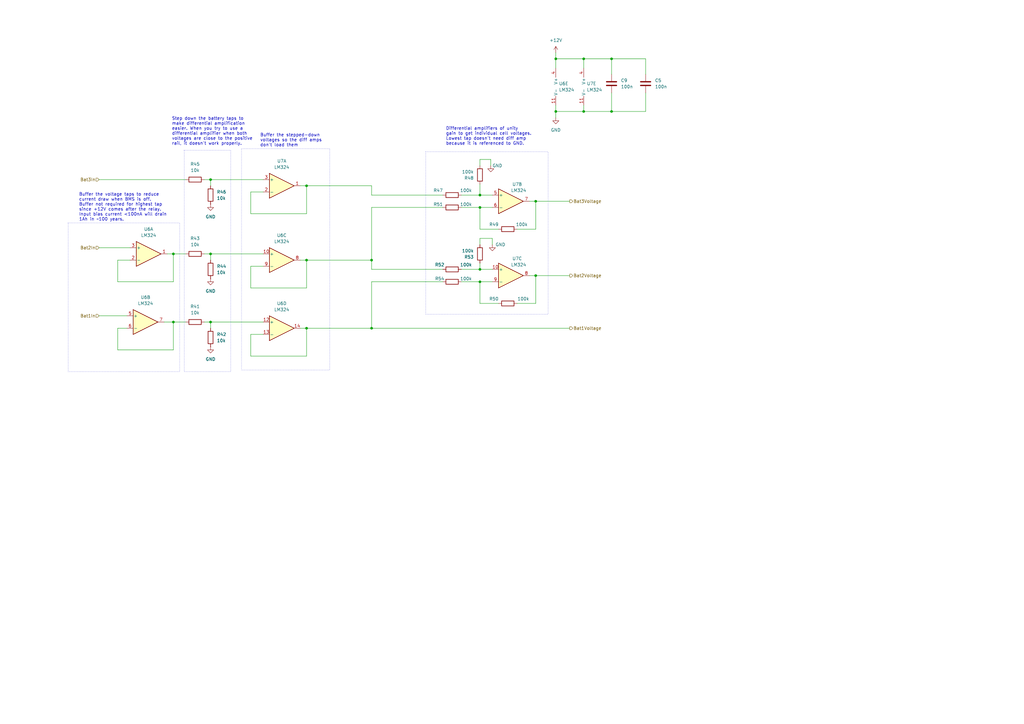
<source format=kicad_sch>
(kicad_sch (version 20231120) (generator "eeschema") (generator_version "8.0")
  (paper "A3")
  (lib_symbols
    (symbol "Amplifier_Operational:LM324" (pin_names (offset 0.127))
      (property "Reference" "U" (at 0 5.08 0))
      (property "Value" "LM324" (at 0 -5.08 0))
      (symbol "LM324_1_1"
        (polyline (pts (xy -5.08 5.08) (xy 5.08 0) (xy -5.08 -5.08) (xy -5.08 5.08)) (stroke (width 0.254)) (fill (type background)))
        (pin output line (at 7.62 0 180) (length 2.54) (name "~") (number "1"))
        (pin input line (at -7.62 -2.54 0) (length 2.54) (name "-") (number "2"))
        (pin input line (at -7.62 2.54 0) (length 2.54) (name "+") (number "3"))
      )
      (symbol "LM324_2_1"
        (polyline (pts (xy -5.08 5.08) (xy 5.08 0) (xy -5.08 -5.08) (xy -5.08 5.08)) (stroke (width 0.254)) (fill (type background)))
        (pin input line (at -7.62 2.54 0) (length 2.54) (name "+") (number "5"))
        (pin input line (at -7.62 -2.54 0) (length 2.54) (name "-") (number "6"))
        (pin output line (at 7.62 0 180) (length 2.54) (name "~") (number "7"))
      )
      (symbol "LM324_3_1"
        (polyline (pts (xy -5.08 5.08) (xy 5.08 0) (xy -5.08 -5.08) (xy -5.08 5.08)) (stroke (width 0.254)) (fill (type background)))
        (pin input line (at -7.62 2.54 0) (length 2.54) (name "+") (number "10"))
        (pin output line (at 7.62 0 180) (length 2.54) (name "~") (number "8"))
        (pin input line (at -7.62 -2.54 0) (length 2.54) (name "-") (number "9"))
      )
      (symbol "LM324_4_1"
        (polyline (pts (xy -5.08 5.08) (xy 5.08 0) (xy -5.08 -5.08) (xy -5.08 5.08)) (stroke (width 0.254)) (fill (type background)))
        (pin input line (at -7.62 2.54 0) (length 2.54) (name "+") (number "12"))
        (pin input line (at -7.62 -2.54 0) (length 2.54) (name "-") (number "13"))
        (pin output line (at 7.62 0 180) (length 2.54) (name "~") (number "14"))
      )
      (symbol "LM324_5_1"
        (pin power_in line (at -2.54 -7.62 90) (length 3.81) (name "V-") (number "11"))
        (pin power_in line (at -2.54 7.62 270) (length 3.81) (name "V+") (number "4"))
      )
    )
    (symbol "Device:C" (pin_numbers hide) (pin_names (offset 0.254))
      (property "Reference" "C" (at 0.635 2.54 0))
      (property "Value" "C" (at 0.635 -2.54 0))
      (symbol "C_0_1"
        (polyline (pts (xy -2.032 -0.762) (xy 2.032 -0.762)) (stroke (width 0.508)))
        (polyline (pts (xy -2.032 0.762) (xy 2.032 0.762)) (stroke (width 0.508)))
      )
      (symbol "C_1_1"
        (pin passive line (at 0 3.81 270) (length 2.794) (name "~") (number "1"))
        (pin passive line (at 0 -3.81 90) (length 2.794) (name "~") (number "2"))
      )
    )
    (symbol "Device:R" (pin_numbers hide) (pin_names (offset 0))
      (property "Reference" "R" (at 2.032 0 90))
      (property "Value" "R" (at 0 0 90))
      (symbol "R_0_1"
        (rectangle (start -1.016 -2.54) (end 1.016 2.54) (stroke (width 0.254)))
      )
      (symbol "R_1_1"
        (pin passive line (at 0 3.81 270) (length 1.27) (name "~") (number "1"))
        (pin passive line (at 0 -3.81 90) (length 1.27) (name "~") (number "2"))
      )
    )
    (symbol "power:+12V" (power) (pin_numbers hide) (pin_names (offset 0) hide)
      (property "Value" "+12V" (at 0 3.556 0))
      (symbol "+12V_0_1"
        (polyline (pts (xy -0.762 1.27) (xy 0 2.54)))
        (polyline (pts (xy 0 0) (xy 0 2.54)))
        (polyline (pts (xy 0 2.54) (xy 0.762 1.27)))
      )
      (symbol "+12V_1_1"
        (pin power_in line (at 0 0 90) (length 0) (name "~") (number "1"))
      )
    )
    (symbol "power:GND" (power) (pin_numbers hide) (pin_names (offset 0) hide)
      (property "Value" "GND" (at 0 -3.81 0))
      (symbol "GND_0_1"
        (polyline (pts (xy 0 0) (xy 0 -1.27) (xy 1.27 -1.27) (xy 0 -2.54) (xy -1.27 -1.27) (xy 0 -1.27)))
      )
      (symbol "GND_1_1"
        (pin power_in line (at 0 0 270) (length 0) (name "~") (number "1"))
      )
    )
  )
  (junction (at 196.85 85.09))
  (junction (at 196.85 110.49))
  (junction (at 227.965 45.72))
  (junction (at 86.36 104.14))
  (junction (at 125.73 106.68))
  (junction (at 71.12 104.14))
  (junction (at 196.85 80.01))
  (junction (at 125.73 76.2))
  (junction (at 250.825 24.13))
  (junction (at 86.36 73.66))
  (junction (at 239.395 45.72))
  (junction (at 227.965 24.13))
  (junction (at 152.4 106.68))
  (junction (at 125.73 134.62))
  (junction (at 152.4 134.62))
  (junction (at 196.85 115.57))
  (junction (at 250.825 45.72))
  (junction (at 71.12 132.08))
  (junction (at 219.71 113.03))
  (junction (at 86.36 132.08))
  (junction (at 219.71 82.55))
  (junction (at 239.395 24.13))
  (wire (pts (xy 201.93 100.33) (xy 201.93 97.79)))
  (wire (pts (xy 48.26 106.68) (xy 53.34 106.68)))
  (wire (pts (xy 239.395 45.72) (xy 250.825 45.72)))
  (wire (pts (xy 86.36 73.66) (xy 107.95 73.66)))
  (wire (pts (xy 67.31 132.08) (xy 71.12 132.08)))
  (wire (pts (xy 125.73 118.11) (xy 102.87 118.11)))
  (wire (pts (xy 219.71 82.55) (xy 233.68 82.55)))
  (wire (pts (xy 86.36 132.08) (xy 86.36 134.62)))
  (wire (pts (xy 201.295 65.405) (xy 201.295 67.945)))
  (wire (pts (xy 152.4 110.49) (xy 181.61 110.49)))
  (wire (pts (xy 217.17 113.03) (xy 219.71 113.03)))
  (wire (pts (xy 239.395 24.13) (xy 239.395 27.94)))
  (wire (pts (xy 196.85 100.33) (xy 196.85 97.79)))
  (wire (pts (xy 219.71 124.46) (xy 212.09 124.46)))
  (wire (pts (xy 83.82 132.08) (xy 86.36 132.08)))
  (wire (pts (xy 152.4 110.49) (xy 152.4 106.68)))
  (wire (pts (xy 125.73 87.63) (xy 102.87 87.63)))
  (wire (pts (xy 102.87 109.22) (xy 107.95 109.22)))
  (wire (pts (xy 102.87 78.74) (xy 102.87 87.63)))
  (wire (pts (xy 196.85 85.09) (xy 201.93 85.09)))
  (wire (pts (xy 227.965 21.59) (xy 227.965 24.13)))
  (wire (pts (xy 227.965 24.13) (xy 239.395 24.13)))
  (wire (pts (xy 86.36 73.66) (xy 86.36 76.2)))
  (wire (pts (xy 201.93 97.79) (xy 196.85 97.79)))
  (wire (pts (xy 102.87 137.16) (xy 107.95 137.16)))
  (wire (pts (xy 239.395 45.72) (xy 239.395 43.18)))
  (wire (pts (xy 217.17 82.55) (xy 219.71 82.55)))
  (wire (pts (xy 264.795 24.13) (xy 264.795 30.48)))
  (wire (pts (xy 152.4 85.09) (xy 152.4 106.68)))
  (wire (pts (xy 125.73 76.2) (xy 152.4 76.2)))
  (wire (pts (xy 201.295 65.405) (xy 196.85 65.405)))
  (wire (pts (xy 48.26 143.51) (xy 48.26 134.62)))
  (wire (pts (xy 196.85 85.09) (xy 196.85 93.98)))
  (wire (pts (xy 40.64 129.54) (xy 52.07 129.54)))
  (wire (pts (xy 40.64 101.6) (xy 53.34 101.6)))
  (wire (pts (xy 71.12 104.14) (xy 76.2 104.14)))
  (wire (pts (xy 264.795 45.72) (xy 264.795 38.1)))
  (wire (pts (xy 71.12 132.08) (xy 71.12 143.51)))
  (wire (pts (xy 219.71 93.98) (xy 212.09 93.98)))
  (wire (pts (xy 125.73 106.68) (xy 152.4 106.68)))
  (wire (pts (xy 189.23 80.01) (xy 196.85 80.01)))
  (wire (pts (xy 196.85 65.405) (xy 196.85 67.945)))
  (wire (pts (xy 102.87 137.16) (xy 102.87 146.05)))
  (wire (pts (xy 152.4 76.2) (xy 152.4 80.01)))
  (wire (pts (xy 227.965 27.94) (xy 227.965 24.13)))
  (wire (pts (xy 123.19 106.68) (xy 125.73 106.68)))
  (wire (pts (xy 204.47 93.98) (xy 196.85 93.98)))
  (wire (pts (xy 250.825 24.13) (xy 250.825 30.48)))
  (wire (pts (xy 189.23 110.49) (xy 196.85 110.49)))
  (wire (pts (xy 219.71 113.03) (xy 219.71 124.46)))
  (wire (pts (xy 48.26 106.68) (xy 48.26 115.57)))
  (wire (pts (xy 196.85 115.57) (xy 196.85 124.46)))
  (wire (pts (xy 71.12 115.57) (xy 48.26 115.57)))
  (wire (pts (xy 219.71 82.55) (xy 219.71 93.98)))
  (wire (pts (xy 125.73 134.62) (xy 125.73 146.05)))
  (wire (pts (xy 196.85 115.57) (xy 201.93 115.57)))
  (wire (pts (xy 68.58 104.14) (xy 71.12 104.14)))
  (wire (pts (xy 152.4 85.09) (xy 181.61 85.09)))
  (wire (pts (xy 71.12 104.14) (xy 71.12 115.57)))
  (wire (pts (xy 239.395 24.13) (xy 250.825 24.13)))
  (wire (pts (xy 219.71 113.03) (xy 233.68 113.03)))
  (wire (pts (xy 189.23 85.09) (xy 196.85 85.09)))
  (wire (pts (xy 40.64 73.66) (xy 76.2 73.66)))
  (wire (pts (xy 227.965 43.18) (xy 227.965 45.72)))
  (wire (pts (xy 204.47 124.46) (xy 196.85 124.46)))
  (wire (pts (xy 71.12 143.51) (xy 48.26 143.51)))
  (wire (pts (xy 227.965 45.72) (xy 239.395 45.72)))
  (wire (pts (xy 83.82 73.66) (xy 86.36 73.66)))
  (wire (pts (xy 152.4 115.57) (xy 181.61 115.57)))
  (wire (pts (xy 152.4 80.01) (xy 181.61 80.01)))
  (wire (pts (xy 48.26 134.62) (xy 52.07 134.62)))
  (wire (pts (xy 152.4 134.62) (xy 233.68 134.62)))
  (wire (pts (xy 250.825 24.13) (xy 264.795 24.13)))
  (wire (pts (xy 250.825 45.72) (xy 264.795 45.72)))
  (wire (pts (xy 196.85 107.95) (xy 196.85 110.49)))
  (wire (pts (xy 71.12 132.08) (xy 76.2 132.08)))
  (wire (pts (xy 196.85 80.01) (xy 201.93 80.01)))
  (wire (pts (xy 86.36 132.08) (xy 107.95 132.08)))
  (wire (pts (xy 125.73 134.62) (xy 152.4 134.62)))
  (wire (pts (xy 86.36 104.14) (xy 107.95 104.14)))
  (wire (pts (xy 125.73 76.2) (xy 125.73 87.63)))
  (wire (pts (xy 152.4 134.62) (xy 152.4 115.57)))
  (wire (pts (xy 123.19 134.62) (xy 125.73 134.62)))
  (wire (pts (xy 102.87 78.74) (xy 107.95 78.74)))
  (wire (pts (xy 250.825 38.1) (xy 250.825 45.72)))
  (wire (pts (xy 83.82 104.14) (xy 86.36 104.14)))
  (wire (pts (xy 196.85 75.565) (xy 196.85 80.01)))
  (wire (pts (xy 196.85 110.49) (xy 201.93 110.49)))
  (wire (pts (xy 125.73 106.68) (xy 125.73 118.11)))
  (wire (pts (xy 189.23 115.57) (xy 196.85 115.57)))
  (wire (pts (xy 102.87 109.22) (xy 102.87 118.11)))
  (wire (pts (xy 227.965 45.72) (xy 227.965 48.26)))
  (wire (pts (xy 123.19 76.2) (xy 125.73 76.2)))
  (wire (pts (xy 86.36 104.14) (xy 86.36 106.68)))
  (wire (pts (xy 125.73 146.05) (xy 102.87 146.05)))
  (rectangle (start 75.565 61.595) (end 94.615 152.4) (stroke (width 0) (type dot)))
  (rectangle (start 27.94 91.44) (end 73.66 152.4) (stroke (width 0) (type dot)))
  (rectangle (start 99.06 60.96) (end 135.255 151.765) (stroke (width 0) (type dot)))
  (rectangle (start 174.625 62.23) (end 224.79 128.905) (stroke (width 0) (type dot)))
  (text "Buffer the voltage taps to reduce\ncurrent draw when BMS is off.\nBuffer not required for highest tap\nsince +12V comes after the relay.\nInput bias current <100nA will drain\n1Ah in ~100 years." (at 32.385 90.805 0) (effects (font (size 1.27 1.27)) (justify left bottom)))
  (text "Differential amplifiers of unity\ngain to get individual cell voltages.\nLowest tap doesn't need diff amp\nbecause it is referenced to GND." (at 182.88 59.69 0) (effects (font (size 1.27 1.27)) (justify left bottom)))
  (text "Buffer the stepped-down\nvoltages so the diff amps\ndon't load them" (at 106.68 60.325 0) (effects (font (size 1.27 1.27)) (justify left bottom)))
  (text "Step down the battery taps to\nmake differential amplification\neasier. When you try to use a\ndifferential amplifier when both\nvoltages are close to the positive\nrail, it doesn't work properly." (at 70.485 59.69 0) (effects (font (size 1.27 1.27)) (justify left bottom)))
  (hierarchical_label "Bat1In" (shape input) (at 40.64 129.54 180))
  (hierarchical_label "Bat2In" (shape input) (at 40.64 101.6 180))
  (hierarchical_label "Bat1Voltage" (shape output) (at 233.68 134.62 0))
  (hierarchical_label "Bat2Voltage" (shape output) (at 233.68 113.03 0))
  (hierarchical_label "Bat3Voltage" (shape output) (at 233.68 82.55 0))
  (hierarchical_label "Bat3In" (shape input) (at 40.64 73.66 180))
  (symbol (lib_id "power:GND") (at 227.965 48.26 0) (unit 1)
    (property "Reference" "#PWR09" (effects (hide yes)))
    (property "Value" "GND" (at 227.965 53.34 0))
    (property "Description" "Power symbol creates a global label with name \"GND\" , ground" (effects (hide yes)))
  )
  (symbol (lib_id "Device:R") (at 196.85 104.14 0) (unit 1)
    (property "Reference" "R53" (at 194.31 105.41 0) (effects (justify right)))
    (property "Value" "100k" (at 194.31 102.87 0) (effects (justify right)))
    (property "Footprint" "Resistor_SMD:R_0805_2012Metric_Pad1.20x1.40mm_HandSolder" (effects (hide yes)))
    (property "Description" "Resistor" (effects (hide yes)))
  )
  (symbol (lib_id "Device:R") (at 196.85 71.755 0) (unit 1)
    (property "Reference" "R48" (at 194.31 73.025 0) (effects (justify right)))
    (property "Value" "100k" (at 194.31 70.485 0) (effects (justify right)))
    (property "Footprint" "Resistor_SMD:R_0805_2012Metric_Pad1.20x1.40mm_HandSolder" (effects (hide yes)))
    (property "Description" "Resistor" (effects (hide yes)))
  )
  (symbol (lib_id "Amplifier_Operational:LM324") (at 241.935 35.56 0) (unit 5)
    (property "Reference" "U7" (at 240.665 34.29 0) (effects (justify left)))
    (property "Value" "LM324" (at 240.665 36.83 0) (effects (justify left)))
    (property "Footprint" "Package_SO:SOIC-14_3.9x8.7mm_P1.27mm" (effects (hide yes)))
    (property "Datasheet" "http://www.ti.com/lit/ds/symlink/lm2902-n.pdf" (effects (hide yes)))
    (property "Description" "Low-Power, Quad-Operational Amplifiers, DIP-14/SOIC-14/SSOP-14" (effects (hide yes)))
    (property "Order Code" "595-LM324LVIDR" (effects (hide yes)))
    (property "Supplier" "Mouser" (effects (hide yes)))
  )
  (symbol (lib_id "Device:R") (at 86.36 80.01 180) (unit 1)
    (property "Reference" "R46" (at 88.9 78.74 0) (effects (justify right)))
    (property "Value" "10k" (at 88.9 81.28 0) (effects (justify right)))
    (property "Footprint" "Resistor_SMD:R_0805_2012Metric_Pad1.20x1.40mm_HandSolder" (effects (hide yes)))
    (property "Description" "Resistor" (effects (hide yes)))
  )
  (symbol (lib_id "Amplifier_Operational:LM324") (at 209.55 113.03 0) (unit 3)
    (property "Reference" "U7" (at 212.09 106.045 0))
    (property "Value" "LM324" (at 212.725 108.585 0))
    (property "Footprint" "Package_SO:SOIC-14_3.9x8.7mm_P1.27mm" (effects (hide yes)))
    (property "Datasheet" "http://www.ti.com/lit/ds/symlink/lm2902-n.pdf" (effects (hide yes)))
    (property "Description" "Low-Power, Quad-Operational Amplifiers, DIP-14/SOIC-14/SSOP-14" (effects (hide yes)))
    (property "Order Code" "595-LM324LVIDR" (effects (hide yes)))
    (property "Supplier" "Mouser" (effects (hide yes)))
  )
  (symbol (lib_id "Device:R") (at 185.42 85.09 90) (unit 1)
    (property "Reference" "R51" (at 179.705 83.82 90))
    (property "Value" "100k" (at 191.135 83.82 90))
    (property "Footprint" "Resistor_SMD:R_0805_2012Metric_Pad1.20x1.40mm_HandSolder" (effects (hide yes)))
    (property "Description" "Resistor" (effects (hide yes)))
  )
  (symbol (lib_id "Amplifier_Operational:LM324") (at 209.55 82.55 0) (unit 2)
    (property "Reference" "U7" (at 212.09 75.565 0))
    (property "Value" "LM324" (at 212.725 78.105 0))
    (property "Footprint" "Package_SO:SOIC-14_3.9x8.7mm_P1.27mm" (effects (hide yes)))
    (property "Datasheet" "http://www.ti.com/lit/ds/symlink/lm2902-n.pdf" (effects (hide yes)))
    (property "Description" "Low-Power, Quad-Operational Amplifiers, DIP-14/SOIC-14/SSOP-14" (effects (hide yes)))
    (property "Order Code" "595-LM324LVIDR" (effects (hide yes)))
    (property "Supplier" "Mouser" (effects (hide yes)))
  )
  (symbol (lib_id "Device:R") (at 86.36 110.49 0) (unit 1)
    (property "Reference" "R44" (at 88.9 109.22 0) (effects (justify left)))
    (property "Value" "10k" (at 88.9 111.76 0) (effects (justify left)))
    (property "Footprint" "Resistor_SMD:R_0805_2012Metric_Pad1.20x1.40mm_HandSolder" (effects (hide yes)))
    (property "Description" "Resistor" (effects (hide yes)))
  )
  (symbol (lib_id "Amplifier_Operational:LM324") (at 60.96 104.14 0) (unit 1)
    (property "Reference" "U6" (at 60.96 93.98 0))
    (property "Value" "LM324" (at 60.96 96.52 0))
    (property "Footprint" "Package_SO:SOIC-14_3.9x8.7mm_P1.27mm" (effects (hide yes)))
    (property "Datasheet" "http://www.ti.com/lit/ds/symlink/lm2902-n.pdf" (effects (hide yes)))
    (property "Description" "Low-Power, Quad-Operational Amplifiers, DIP-14/SOIC-14/SSOP-14" (effects (hide yes)))
    (property "Order Code" "595-LM324LVIDR" (effects (hide yes)))
    (property "Supplier" "Mouser" (effects (hide yes)))
  )
  (symbol (lib_id "Amplifier_Operational:LM324") (at 115.57 106.68 0) (unit 3)
    (property "Reference" "U6" (at 115.57 96.52 0))
    (property "Value" "LM324" (at 115.57 99.06 0))
    (property "Footprint" "Package_SO:SOIC-14_3.9x8.7mm_P1.27mm" (effects (hide yes)))
    (property "Datasheet" "http://www.ti.com/lit/ds/symlink/lm2902-n.pdf" (effects (hide yes)))
    (property "Description" "Low-Power, Quad-Operational Amplifiers, DIP-14/SOIC-14/SSOP-14" (effects (hide yes)))
    (property "Order Code" "595-LM324LVIDR" (effects (hide yes)))
    (property "Supplier" "Mouser" (effects (hide yes)))
  )
  (symbol (lib_id "power:GND") (at 86.36 142.24 0) (unit 1)
    (property "Reference" "#PWR01" (effects (hide yes)))
    (property "Value" "GND" (at 86.36 147.32 0))
    (property "Description" "Power symbol creates a global label with name \"GND\" , ground" (effects (hide yes)))
    (instances (project "relay" (path "" (reference "#PWR01") (unit 1))) (project "WholeBMS1" (path "" (reference "#PWR039") (unit 1))))
  )
  (symbol (lib_id "Device:R") (at 208.28 124.46 90) (unit 1)
    (property "Reference" "R50" (at 202.565 122.555 90))
    (property "Value" "100k" (at 214.63 122.555 90))
    (property "Footprint" "Resistor_SMD:R_0805_2012Metric_Pad1.20x1.40mm_HandSolder" (effects (hide yes)))
    (property "Description" "Resistor" (effects (hide yes)))
  )
  (symbol (lib_id "Device:R") (at 185.42 115.57 90) (mirror x) (unit 1)
    (property "Reference" "R54" (at 180.34 114.3 90))
    (property "Value" "100k" (at 191.135 114.3 90))
    (property "Footprint" "Resistor_SMD:R_0805_2012Metric_Pad1.20x1.40mm_HandSolder" (effects (hide yes)))
    (property "Description" "Resistor" (effects (hide yes)))
  )
  (symbol (lib_id "Device:C") (at 264.795 34.29 0) (unit 1)
    (property "Reference" "C5" (at 268.605 33.02 0) (effects (justify left)))
    (property "Value" "100n" (at 268.605 35.56 0) (effects (justify left)))
    (property "Footprint" "Capacitor_SMD:C_0805_2012Metric_Pad1.18x1.45mm_HandSolder" (effects (hide yes)))
    (property "Description" "Unpolarized capacitor" (effects (hide yes)))
  )
  (symbol (lib_id "Device:R") (at 80.01 104.14 90) (unit 1)
    (property "Reference" "R43" (at 80.01 97.79 90))
    (property "Value" "10k" (at 80.01 100.33 90))
    (property "Footprint" "Resistor_SMD:R_0805_2012Metric_Pad1.20x1.40mm_HandSolder" (effects (hide yes)))
    (property "Description" "Resistor" (effects (hide yes)))
  )
  (symbol (lib_id "Device:R") (at 80.01 73.66 90) (unit 1)
    (property "Reference" "R45" (at 80.01 67.31 90))
    (property "Value" "10k" (at 80.01 69.85 90))
    (property "Footprint" "Resistor_SMD:R_0805_2012Metric_Pad1.20x1.40mm_HandSolder" (effects (hide yes)))
    (property "Description" "Resistor" (effects (hide yes)))
  )
  (symbol (lib_id "Amplifier_Operational:LM324") (at 59.69 132.08 0) (unit 2)
    (property "Reference" "U6" (at 59.69 121.92 0))
    (property "Value" "LM324" (at 59.69 124.46 0))
    (property "Footprint" "Package_SO:SOIC-14_3.9x8.7mm_P1.27mm" (effects (hide yes)))
    (property "Datasheet" "http://www.ti.com/lit/ds/symlink/lm2902-n.pdf" (effects (hide yes)))
    (property "Description" "Low-Power, Quad-Operational Amplifiers, DIP-14/SOIC-14/SSOP-14" (effects (hide yes)))
    (property "Order Code" "595-LM324LVIDR" (effects (hide yes)))
    (property "Supplier" "Mouser" (effects (hide yes)))
  )
  (symbol (lib_id "Device:C") (at 250.825 34.29 0) (unit 1)
    (property "Reference" "C9" (at 254.635 33.02 0) (effects (justify left)))
    (property "Value" "100n" (at 254.635 35.56 0) (effects (justify left)))
    (property "Footprint" "Capacitor_SMD:C_0805_2012Metric_Pad1.18x1.45mm_HandSolder" (effects (hide yes)))
    (property "Description" "Unpolarized capacitor" (effects (hide yes)))
  )
  (symbol (lib_id "power:GND") (at 86.36 114.3 0) (unit 1)
    (property "Reference" "#PWR01" (effects (hide yes)))
    (property "Value" "GND" (at 86.36 119.38 0))
    (property "Description" "Power symbol creates a global label with name \"GND\" , ground" (effects (hide yes)))
    (instances (project "relay" (path "" (reference "#PWR01") (unit 1))) (project "WholeBMS1" (path "" (reference "#PWR040") (unit 1))))
  )
  (symbol (lib_id "Amplifier_Operational:LM324") (at 115.57 134.62 0) (unit 4)
    (property "Reference" "U6" (at 115.57 124.46 0))
    (property "Value" "LM324" (at 115.57 127 0))
    (property "Footprint" "Package_SO:SOIC-14_3.9x8.7mm_P1.27mm" (effects (hide yes)))
    (property "Datasheet" "http://www.ti.com/lit/ds/symlink/lm2902-n.pdf" (effects (hide yes)))
    (property "Description" "Low-Power, Quad-Operational Amplifiers, DIP-14/SOIC-14/SSOP-14" (effects (hide yes)))
    (property "Order Code" "595-LM324LVIDR" (effects (hide yes)))
    (property "Supplier" "Mouser" (effects (hide yes)))
  )
  (symbol (lib_id "Device:R") (at 185.42 110.49 90) (unit 1)
    (property "Reference" "R52" (at 180.34 108.585 90))
    (property "Value" "100k" (at 191.135 108.585 90))
    (property "Footprint" "Resistor_SMD:R_0805_2012Metric_Pad1.20x1.40mm_HandSolder" (effects (hide yes)))
    (property "Description" "Resistor" (effects (hide yes)))
  )
  (symbol (lib_id "Device:R") (at 185.42 80.01 90) (unit 1)
    (property "Reference" "R47" (at 179.705 78.105 90))
    (property "Value" "100k" (at 191.135 78.105 90))
    (property "Footprint" "Resistor_SMD:R_0805_2012Metric_Pad1.20x1.40mm_HandSolder" (effects (hide yes)))
    (property "Description" "Resistor" (effects (hide yes)))
  )
  (symbol (lib_id "power:GND") (at 201.93 100.33 0) (mirror y) (unit 1)
    (property "Reference" "#PWR01" (effects (hide yes)))
    (property "Value" "GND" (at 203.2 100.33 0) (effects (justify right)))
    (property "Description" "Power symbol creates a global label with name \"GND\" , ground" (effects (hide yes)))
    (instances (project "relay" (path "" (reference "#PWR01") (unit 1))) (project "WholeBMS1" (path "" (reference "#PWR043") (unit 1))))
  )
  (symbol (lib_id "power:GND") (at 201.295 67.945 0) (mirror y) (unit 1)
    (property "Reference" "#PWR01" (effects (hide yes)))
    (property "Value" "GND" (at 201.93 67.945 0) (effects (justify right)))
    (property "Description" "Power symbol creates a global label with name \"GND\" , ground" (effects (hide yes)))
    (instances (project "relay" (path "" (reference "#PWR01") (unit 1))) (project "WholeBMS1" (path "" (reference "#PWR042") (unit 1))))
  )
  (symbol (lib_id "Device:R") (at 80.01 132.08 90) (unit 1)
    (property "Reference" "R41" (at 80.01 125.73 90))
    (property "Value" "10k" (at 80.01 128.27 90))
    (property "Footprint" "Resistor_SMD:R_0805_2012Metric_Pad1.20x1.40mm_HandSolder" (effects (hide yes)))
    (property "Description" "Resistor" (effects (hide yes)))
  )
  (symbol (lib_id "Amplifier_Operational:LM324") (at 230.505 35.56 0) (unit 5)
    (property "Reference" "U6" (at 229.235 34.29 0) (effects (justify left)))
    (property "Value" "LM324" (at 229.235 36.83 0) (effects (justify left)))
    (property "Footprint" "Package_SO:SOIC-14_3.9x8.7mm_P1.27mm" (effects (hide yes)))
    (property "Datasheet" "http://www.ti.com/lit/ds/symlink/lm2902-n.pdf" (effects (hide yes)))
    (property "Description" "Low-Power, Quad-Operational Amplifiers, DIP-14/SOIC-14/SSOP-14" (effects (hide yes)))
    (property "Order Code" "595-LM324LVIDR" (effects (hide yes)))
    (property "Supplier" "Mouser" (effects (hide yes)))
  )
  (symbol (lib_id "Device:R") (at 86.36 138.43 0) (unit 1)
    (property "Reference" "R42" (at 88.9 137.16 0) (effects (justify left)))
    (property "Value" "10k" (at 88.9 139.7 0) (effects (justify left)))
    (property "Footprint" "Resistor_SMD:R_0805_2012Metric_Pad1.20x1.40mm_HandSolder" (effects (hide yes)))
    (property "Description" "Resistor" (effects (hide yes)))
  )
  (symbol (lib_id "Amplifier_Operational:LM324") (at 115.57 76.2 0) (unit 1)
    (property "Reference" "U7" (at 115.57 66.04 0))
    (property "Value" "LM324" (at 115.57 68.58 0))
    (property "Footprint" "Package_SO:SOIC-14_3.9x8.7mm_P1.27mm" (effects (hide yes)))
    (property "Datasheet" "http://www.ti.com/lit/ds/symlink/lm2902-n.pdf" (effects (hide yes)))
    (property "Description" "Low-Power, Quad-Operational Amplifiers, DIP-14/SOIC-14/SSOP-14" (effects (hide yes)))
    (property "Order Code" "595-LM324LVIDR" (effects (hide yes)))
    (property "Supplier" "Mouser" (effects (hide yes)))
  )
  (symbol (lib_id "power:GND") (at 86.36 83.82 0) (unit 1)
    (property "Reference" "#PWR01" (effects (hide yes)))
    (property "Value" "GND" (at 86.36 88.9 0))
    (property "Description" "Power symbol creates a global label with name \"GND\" , ground" (effects (hide yes)))
    (instances (project "relay" (path "" (reference "#PWR01") (unit 1))) (project "WholeBMS1" (path "" (reference "#PWR041") (unit 1))))
  )
  (symbol (lib_id "power:+12V") (at 227.965 21.59 0) (unit 1)
    (property "Reference" "#PWR04" (effects (hide yes)))
    (property "Value" "+12V" (at 227.965 16.51 0))
    (property "Description" "Power symbol creates a global label with name \"+12V\"" (effects (hide yes)))
  )
  (symbol (lib_id "Device:R") (at 208.28 93.98 90) (unit 1)
    (property "Reference" "R49" (at 202.565 92.075 90))
    (property "Value" "100k" (at 213.995 92.075 90))
    (property "Footprint" "Resistor_SMD:R_0805_2012Metric_Pad1.20x1.40mm_HandSolder" (effects (hide yes)))
    (property "Description" "Resistor" (effects (hide yes)))
  )
)
</source>
